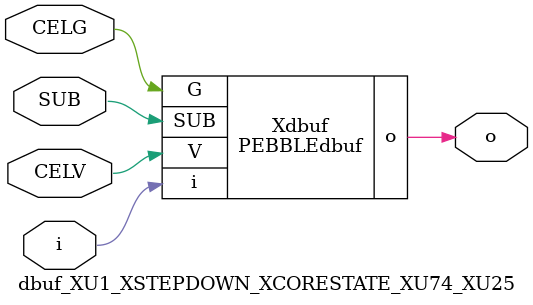
<source format=v>



module PEBBLEdbuf ( o, G, SUB, V, i );

  input V;
  input i;
  input G;
  output o;
  input SUB;
endmodule

//Celera Confidential Do Not Copy dbuf_XU1_XSTEPDOWN_XCORESTATE_XU74_XU25
//Celera Confidential Symbol Generator
//Digital Buffer
module dbuf_XU1_XSTEPDOWN_XCORESTATE_XU74_XU25 (CELV,CELG,i,o,SUB);
input CELV;
input CELG;
input i;
input SUB;
output o;

//Celera Confidential Do Not Copy dbuf
PEBBLEdbuf Xdbuf(
.V (CELV),
.i (i),
.o (o),
.SUB (SUB),
.G (CELG)
);
//,diesize,PEBBLEdbuf

//Celera Confidential Do Not Copy Module End
//Celera Schematic Generator
endmodule

</source>
